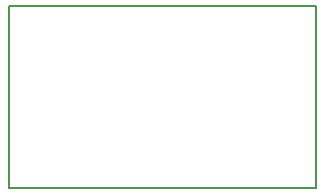
<source format=gbr>
G04 #@! TF.GenerationSoftware,KiCad,Pcbnew,(2017-06-16 revision 2018d4894)-master*
G04 #@! TF.CreationDate,2017-08-04T06:40:25+02:00*
G04 #@! TF.ProjectId,LT3032-breakout,4C54333033322D627265616B6F75742E,rev?*
G04 #@! TF.SameCoordinates,Original
G04 #@! TF.FileFunction,Profile,NP*
%FSLAX46Y46*%
G04 Gerber Fmt 4.6, Leading zero omitted, Abs format (unit mm)*
G04 Created by KiCad (PCBNEW (2017-06-16 revision 2018d4894)-master) date Fri Aug  4 06:40:25 2017*
%MOMM*%
%LPD*%
G01*
G04 APERTURE LIST*
%ADD10C,0.100000*%
%ADD11C,0.150000*%
G04 APERTURE END LIST*
D10*
D11*
X140200000Y-79900000D02*
X140200000Y-64500000D01*
X166200000Y-79900000D02*
X140200000Y-79900000D01*
X166200000Y-64500000D02*
X166200000Y-79900000D01*
X140200000Y-64500000D02*
X166200000Y-64500000D01*
M02*

</source>
